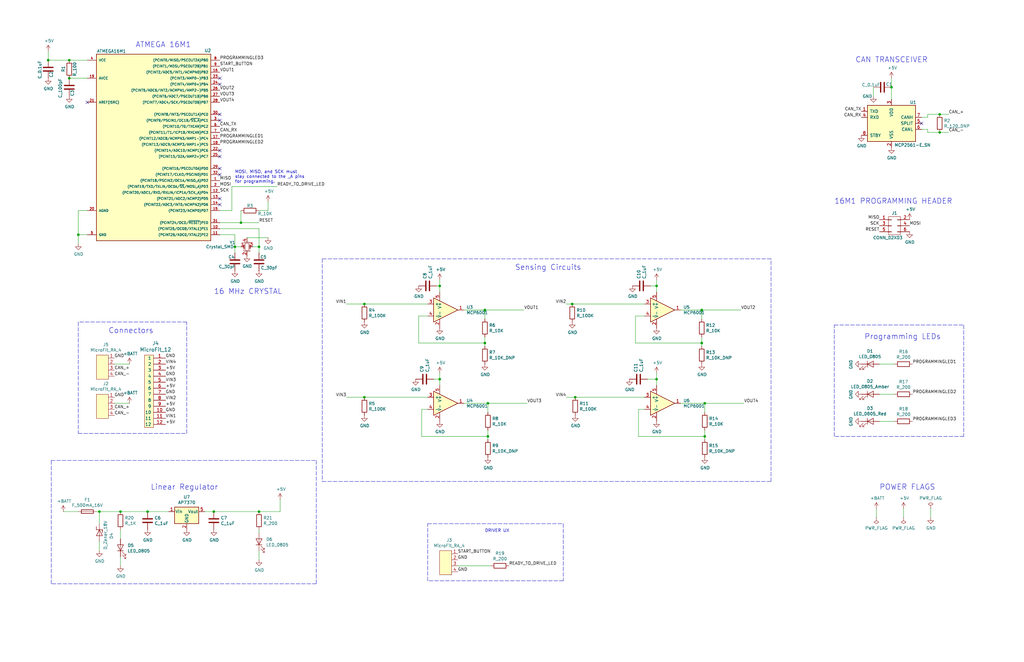
<source format=kicad_sch>
(kicad_sch (version 20211123) (generator eeschema)
  (paper "B")
  (title_block (title "Go-Kart Throttle Board") (date "2022-02-14") (rev "1") (company "Olin Electric Motorsports") (comment 1 "Amit Kumar"))
  (junction (at 90.17 215.9))
  (junction (at 185.42 120.65))
  (junction (at 297.18 184.15))
  (junction (at 109.22 215.9))
  (junction (at 295.91 130.81))
  (junction (at 62.23 215.9))
  (junction (at 29.21 25.4))
  (junction (at 204.47 130.81))
  (junction (at 396.24 55.88))
  (junction (at 20.32 25.4))
  (junction (at 276.86 160.02))
  (junction (at 205.74 170.18))
  (junction (at 153.67 128.27))
  (junction (at 50.8 215.9))
  (junction (at 153.67 167.64))
  (junction (at 109.22 104.14))
  (junction (at 185.42 160.02))
  (junction (at 241.3 128.27))
  (junction (at 396.24 48.26))
  (junction (at 33.02 99.06))
  (junction (at 205.74 184.15))
  (junction (at 204.47 144.78))
  (junction (at 375.92 36.83))
  (junction (at 99.06 104.14))
  (junction (at 276.86 120.65))
  (junction (at 29.21 33.02))
  (junction (at 242.57 167.64))
  (junction (at 41.91 215.9))
  (junction (at 101.6 93.98))
  (junction (at 297.18 170.18))
  (junction (at 295.91 144.78))
  (no_connect (at 92.71 86.36))
  (no_connect (at 36.83 43.18))
  (no_connect (at 92.71 35.56))
  (no_connect (at 92.71 66.04))
  (no_connect (at 92.71 73.66))
  (no_connect (at 92.71 71.12))
  (no_connect (at 92.71 50.8))
  (no_connect (at 92.71 83.82))
  (no_connect (at 92.71 48.26))
  (no_connect (at 388.62 52.07))
  (no_connect (at 92.71 33.02))
  (no_connect (at 92.71 63.5))
  (wire (pts (xy 370.84 153.67) (xy 377.19 153.67)))
  (wire (pts (xy 50.8 223.52) (xy 50.8 227.33)))
  (wire (pts (xy 109.22 104.14) (xy 109.22 96.52)))
  (wire (pts (xy 177.8 172.72) (xy 180.34 172.72)))
  (polyline (pts (xy 325.12 203.2) (xy 325.12 109.22)))
  (wire (pts (xy 185.42 160.02) (xy 185.42 162.56)))
  (wire (pts (xy 241.3 128.27) (xy 271.78 128.27)))
  (polyline (pts (xy 351.79 184.15) (xy 351.79 137.16)))
  (wire (pts (xy 391.16 49.53) (xy 391.16 48.26)))
  (wire (pts (xy 274.32 120.65) (xy 276.86 120.65)))
  (wire (pts (xy 381 218.44) (xy 381 214.63)))
  (wire (pts (xy 295.91 130.81) (xy 312.42 130.81)))
  (wire (pts (xy 295.91 144.78) (xy 267.97 144.78)))
  (wire (pts (xy 204.47 144.78) (xy 204.47 146.05)))
  (wire (pts (xy 176.53 133.35) (xy 180.34 133.35)))
  (wire (pts (xy 375.92 41.91) (xy 375.92 36.83)))
  (wire (pts (xy 205.74 181.61) (xy 205.74 184.15)))
  (wire (pts (xy 205.74 170.18) (xy 222.25 170.18)))
  (polyline (pts (xy 78.74 182.88) (xy 78.74 135.89)))
  (wire (pts (xy 50.8 234.95) (xy 50.8 238.76)))
  (polyline (pts (xy 33.02 135.89) (xy 33.02 182.88)))
  (wire (pts (xy 195.58 170.18) (xy 205.74 170.18)))
  (wire (pts (xy 90.17 215.9) (xy 109.22 215.9)))
  (wire (pts (xy 368.3 36.83) (xy 368.3 40.64)))
  (wire (pts (xy 204.47 144.78) (xy 176.53 144.78)))
  (wire (pts (xy 176.53 133.35) (xy 176.53 144.78)))
  (wire (pts (xy 388.62 49.53) (xy 391.16 49.53)))
  (wire (pts (xy 375.92 36.83) (xy 375.92 33.02)))
  (wire (pts (xy 153.67 128.27) (xy 180.34 128.27)))
  (wire (pts (xy 146.05 167.64) (xy 153.67 167.64)))
  (wire (pts (xy 33.02 102.87) (xy 33.02 99.06)))
  (wire (pts (xy 276.86 160.02) (xy 276.86 162.56)))
  (wire (pts (xy 97.79 88.9) (xy 97.79 78.74)))
  (wire (pts (xy 392.43 214.63) (xy 392.43 218.44)))
  (wire (pts (xy 369.57 214.63) (xy 369.57 218.44)))
  (polyline (pts (xy 180.34 245.11) (xy 180.34 220.98)))
  (wire (pts (xy 295.91 142.24) (xy 295.91 144.78)))
  (polyline (pts (xy 133.35 246.38) (xy 21.59 246.38)))
  (wire (pts (xy 195.58 130.81) (xy 204.47 130.81)))
  (wire (pts (xy 269.24 172.72) (xy 271.78 172.72)))
  (wire (pts (xy 36.83 33.02) (xy 29.21 33.02)))
  (wire (pts (xy 267.97 133.35) (xy 271.78 133.35)))
  (wire (pts (xy 297.18 181.61) (xy 297.18 184.15)))
  (wire (pts (xy 205.74 184.15) (xy 205.74 185.42)))
  (wire (pts (xy 104.14 100.33) (xy 113.03 100.33)))
  (wire (pts (xy 204.47 130.81) (xy 220.98 130.81)))
  (wire (pts (xy 153.67 167.64) (xy 180.34 167.64)))
  (wire (pts (xy 391.16 48.26) (xy 396.24 48.26)))
  (wire (pts (xy 33.02 99.06) (xy 33.02 88.9)))
  (polyline (pts (xy 180.34 220.98) (xy 237.49 220.98)))
  (wire (pts (xy 146.05 128.27) (xy 153.67 128.27)))
  (wire (pts (xy 41.91 215.9) (xy 41.91 220.98)))
  (polyline (pts (xy 406.4 137.16) (xy 406.4 184.15)))
  (wire (pts (xy 109.22 223.52) (xy 109.22 224.79)))
  (wire (pts (xy 204.47 134.62) (xy 204.47 130.81)))
  (wire (pts (xy 109.22 104.14) (xy 109.22 106.68)))
  (wire (pts (xy 109.22 215.9) (xy 118.11 215.9)))
  (wire (pts (xy 48.26 153.67) (xy 54.61 153.67)))
  (wire (pts (xy 396.24 55.88) (xy 400.05 55.88)))
  (wire (pts (xy 101.6 93.98) (xy 101.6 88.9)))
  (wire (pts (xy 97.79 78.74) (xy 116.84 78.74)))
  (wire (pts (xy 370.84 166.37) (xy 377.19 166.37)))
  (polyline (pts (xy 135.89 109.22) (xy 135.89 203.2)))
  (wire (pts (xy 99.06 106.68) (xy 99.06 104.14)))
  (polyline (pts (xy 351.79 137.16) (xy 406.4 137.16)))
  (wire (pts (xy 238.76 167.64) (xy 242.57 167.64)))
  (wire (pts (xy 204.47 142.24) (xy 204.47 144.78)))
  (wire (pts (xy 185.42 157.48) (xy 185.42 160.02)))
  (polyline (pts (xy 21.59 194.31) (xy 133.35 194.31)))
  (wire (pts (xy 276.86 157.48) (xy 276.86 160.02)))
  (wire (pts (xy 36.83 99.06) (xy 33.02 99.06)))
  (polyline (pts (xy 325.12 109.22) (xy 135.89 109.22)))
  (polyline (pts (xy 21.59 246.38) (xy 21.59 194.31)))
  (wire (pts (xy 391.16 54.61) (xy 391.16 55.88)))
  (polyline (pts (xy 237.49 220.98) (xy 237.49 245.11)))
  (wire (pts (xy 86.36 215.9) (xy 90.17 215.9)))
  (wire (pts (xy 41.91 215.9) (xy 50.8 215.9)))
  (wire (pts (xy 287.02 170.18) (xy 297.18 170.18)))
  (wire (pts (xy 48.26 170.18) (xy 54.61 170.18)))
  (wire (pts (xy 185.42 120.65) (xy 185.42 123.19)))
  (wire (pts (xy 109.22 96.52) (xy 92.71 96.52)))
  (wire (pts (xy 99.06 104.14) (xy 101.6 104.14)))
  (wire (pts (xy 273.05 160.02) (xy 276.86 160.02)))
  (wire (pts (xy 370.84 177.8) (xy 377.19 177.8)))
  (wire (pts (xy 238.76 128.27) (xy 241.3 128.27)))
  (wire (pts (xy 295.91 134.62) (xy 295.91 130.81)))
  (wire (pts (xy 267.97 133.35) (xy 267.97 144.78)))
  (wire (pts (xy 193.04 238.76) (xy 207.01 238.76)))
  (wire (pts (xy 101.6 93.98) (xy 109.22 93.98)))
  (wire (pts (xy 205.74 184.15) (xy 177.8 184.15)))
  (wire (pts (xy 297.18 184.15) (xy 297.18 185.42)))
  (wire (pts (xy 182.88 160.02) (xy 185.42 160.02)))
  (wire (pts (xy 242.57 167.64) (xy 271.78 167.64)))
  (wire (pts (xy 99.06 99.06) (xy 92.71 99.06)))
  (wire (pts (xy 50.8 215.9) (xy 62.23 215.9)))
  (wire (pts (xy 297.18 184.15) (xy 269.24 184.15)))
  (wire (pts (xy 276.86 120.65) (xy 276.86 123.19)))
  (wire (pts (xy 20.32 25.4) (xy 29.21 25.4)))
  (wire (pts (xy 297.18 173.99) (xy 297.18 170.18)))
  (wire (pts (xy 92.71 88.9) (xy 97.79 88.9)))
  (wire (pts (xy 109.22 232.41) (xy 109.22 236.22)))
  (wire (pts (xy 269.24 172.72) (xy 269.24 184.15)))
  (wire (pts (xy 99.06 104.14) (xy 99.06 99.06)))
  (wire (pts (xy 106.68 104.14) (xy 109.22 104.14)))
  (wire (pts (xy 276.86 118.11) (xy 276.86 120.65)))
  (wire (pts (xy 388.62 54.61) (xy 391.16 54.61)))
  (wire (pts (xy 396.24 48.26) (xy 400.05 48.26)))
  (polyline (pts (xy 133.35 194.31) (xy 133.35 246.38)))
  (wire (pts (xy 109.22 88.9) (xy 113.03 88.9)))
  (wire (pts (xy 185.42 118.11) (xy 185.42 120.65)))
  (wire (pts (xy 184.15 120.65) (xy 185.42 120.65)))
  (wire (pts (xy 118.11 210.82) (xy 118.11 215.9)))
  (polyline (pts (xy 135.89 203.2) (xy 325.12 203.2)))
  (wire (pts (xy 297.18 170.18) (xy 313.69 170.18)))
  (polyline (pts (xy 237.49 245.11) (xy 180.34 245.11)))
  (wire (pts (xy 287.02 130.81) (xy 295.91 130.81)))
  (wire (pts (xy 92.71 93.98) (xy 101.6 93.98)))
  (wire (pts (xy 113.03 88.9) (xy 113.03 85.09)))
  (wire (pts (xy 41.91 228.6) (xy 41.91 232.41)))
  (wire (pts (xy 391.16 55.88) (xy 396.24 55.88)))
  (wire (pts (xy 29.21 25.4) (xy 36.83 25.4)))
  (wire (pts (xy 177.8 172.72) (xy 177.8 184.15)))
  (polyline (pts (xy 78.74 135.89) (xy 33.02 135.89)))
  (wire (pts (xy 40.64 215.9) (xy 41.91 215.9)))
  (wire (pts (xy 20.32 21.59) (xy 20.32 25.4)))
  (polyline (pts (xy 406.4 184.15) (xy 351.79 184.15)))
  (polyline (pts (xy 33.02 182.88) (xy 78.74 182.88)))
  (wire (pts (xy 26.67 215.9) (xy 33.02 215.9)))
  (wire (pts (xy 295.91 144.78) (xy 295.91 146.05)))
  (wire (pts (xy 205.74 173.99) (xy 205.74 170.18)))
  (wire (pts (xy 62.23 215.9) (xy 71.12 215.9)))
  (wire (pts (xy 33.02 88.9) (xy 36.83 88.9)))
  (text "DRIVER UX" (at 204.47 224.79 0) (effects (font (size 1.27 1.27)) (justify left bottom)))
  (text "POWER FLAGS\n" (at 370.84 207.01 0) (effects (font (size 2.2606 2.2606)) (justify left bottom)))
  (text "16 MHz CRYSTAL\n" (at 90.17 124.46 0) (effects (font (size 2.2606 2.2606)) (justify left bottom)))
  (text "Connectors" (at 45.72 140.97 0) (effects (font (size 2.2606 2.2606)) (justify left bottom)))
  (text "ATMEGA 16M1\n" (at 57.15 20.32 0) (effects (font (size 2.2606 2.2606)) (justify left bottom)))
  (text "Programming LEDs" (at 364.49 143.51 0) (effects (font (size 2.2606 2.2606)) (justify left bottom)))
  (text "CAN TRANSCEIVER\n" (at 360.68 26.67 0) (effects (font (size 2.2606 2.2606)) (justify left bottom)))
  (text "Linear Regulator" (at 63.5 207.01 0) (effects (font (size 2.2606 2.2606)) (justify left bottom)))
  (text "MOSI, MISO, and SCK must\nstay connected to the _A pins\nfor programming." (at 99.06 77.47 0) (effects (font (size 1.27 1.27)) (justify left bottom)))
  (text "Sensing Circuits" (at 217.17 114.3 0) (effects (font (size 2.2606 2.2606)) (justify left bottom)))
  (text "16M1 PROGRAMMING HEADER\n" (at 351.79 86.36 0) (effects (font (size 2.2606 2.2606)) (justify left bottom)))
  (label "MOSI" (at 92.71 78.74 0))
  (label "+5V" (at 69.85 156.21 0))
  (label "GND" (at 69.85 151.13 0))
  (label "+5V" (at 69.85 171.45 0))
  (label "+5V" (at 69.85 163.83 0))
  (label "CAN_+" (at 48.26 172.72 0))
  (label "CAN_-" (at 48.26 158.75 0))
  (label "VIN2" (at 69.85 168.91 0))
  (label "SCK" (at 92.71 81.28 0))
  (label "CAN_TX" (at 363.22 46.99 180))
  (label "VOUT3" (at 222.25 170.18 0))
  (label "GND" (at 48.26 167.64 0))
  (label "PROGRAMMINGLED1" (at 92.71 58.42 0))
  (label "VOUT2" (at 92.71 38.1 0))
  (label "CAN_-" (at 48.26 175.26 0))
  (label "VIN4" (at 69.85 153.67 0))
  (label "GND" (at 193.04 241.3 0))
  (label "GND" (at 69.85 173.99 0))
  (label "RESET" (at 109.22 93.98 0))
  (label "READY_TO_DRIVE_LED" (at 214.63 238.76 0))
  (label "PROGRAMMINGLED3" (at 384.81 177.8 0))
  (label "MOSI" (at 383.54 95.25 0))
  (label "VOUT2" (at 312.42 130.81 0))
  (label "+5V" (at 69.85 179.07 0))
  (label "VIN1" (at 146.05 128.27 180))
  (label "GND" (at 48.26 151.13 0))
  (label "VOUT1" (at 92.71 30.48 0))
  (label "VOUT3" (at 92.71 40.64 0))
  (label "CAN_+" (at 400.05 48.26 0))
  (label "VIN4" (at 238.76 167.64 180))
  (label "GND" (at 69.85 166.37 0))
  (label "PROGRAMMINGLED2" (at 384.81 166.37 0))
  (label "CAN_-" (at 400.05 55.88 0))
  (label "VOUT4" (at 313.69 170.18 0))
  (label "PROGRAMMINGLED2" (at 92.71 60.96 0))
  (label "CAN_TX" (at 92.71 53.34 0))
  (label "MISO" (at 92.71 76.2 0))
  (label "GND" (at 69.85 158.75 0))
  (label "PROGRAMMINGLED1" (at 384.81 153.67 0))
  (label "CAN_+" (at 48.26 156.21 0))
  (label "READY_TO_DRIVE_LED" (at 116.84 78.74 0))
  (label "VIN3" (at 146.05 167.64 180))
  (label "MISO" (at 370.84 92.71 180))
  (label "VIN3" (at 69.85 161.29 0))
  (label "CAN_RX" (at 92.71 55.88 0))
  (label "CAN_RX" (at 363.22 49.53 180))
  (label "GND" (at 193.04 236.22 0))
  (label "SCK" (at 370.84 95.25 180))
  (label "PROGRAMMINGLED3" (at 92.71 25.4 0))
  (label "START_BUTTON" (at 92.71 27.94 0))
  (label "START_BUTTON" (at 193.04 233.68 0))
  (label "VOUT1" (at 220.98 130.81 0))
  (label "RESET" (at 370.84 97.79 180))
  (label "VIN1" (at 69.85 176.53 0))
  (label "VIN2" (at 238.76 128.27 180))
  (label "VOUT4" (at 92.71 43.18 0))
  (symbol (lib_id "power:GND") (at 392.43 218.44 0) (unit 1)
    (property "Reference" "#PWR?" (effects hide))
    (property "Value" "GND" (at 392.557 222.8342 0))
  )
  (symbol (lib_id "formula:ATMEGA16M1") (at 64.77 68.58 0) (unit 1)
    (property "Reference" "U2" (at 87.63 21.336 0))
    (property "Value" "ATMEGA16M1" (at 46.99 21.59 0))
    (property "Footprint" "footprints:TQFP-32_7x7mm_Pitch0.8mm" (effects hide))
    (property "Datasheet" "http://ww1.microchip.com/downloads/en/DeviceDoc/Atmel-8209-8-bit%20AVR%20ATmega16M1-32M1-64M1_Datasheet.pdf" (effects hide))
    (property "MFN" "DK" (effects hide))
    (property "MPN" "ATMEGA16M1-AU-ND" (effects hide))
    (property "PurchasingLink" "https://www.digikey.com/product-detail/en/atmel/ATMEGA16M1-AU/ATMEGA16M1-AU-ND/2271208" (effects hide))
  )
  (symbol (lib_id "formula:R_100") (at 29.21 29.21 0) (unit 1)
    (property "Reference" "R1" (at 26.67 30.48 90) (effects (justify left)))
    (property "Value" "R_100" (at 31.496 32.258 90) (effects (justify left)))
    (property "Footprint" "footprints:R_0805_OEM" (effects hide))
    (property "Datasheet" "https://www.seielect.com/Catalog/SEI-rncp.pdf" (effects hide))
    (property "MFN" "DK" (effects hide))
    (property "MPN" "RNCP0805FTD100RCT-ND" (effects hide))
    (property "PurchasingLink" "https://www.digikey.com/products/en?keywords=RNCP0805FTD100RCT-ND" (effects hide))
  )
  (symbol (lib_id "formula:C_0.1uF") (at 20.32 29.21 0) (unit 1)
    (property "Reference" "C2" (at 21.59 32.766 90) (effects (justify left)))
    (property "Value" "C_0.1uF" (at 16.764 33.274 90) (effects (justify left)))
    (property "Footprint" "footprints:C_0805_OEM" (effects hide))
    (property "Datasheet" "http://datasheets.avx.com/X7RDielectric.pdf" (effects hide))
    (property "MFN" "DK" (effects hide))
    (property "MPN" "478-3352-1-ND" (effects hide))
    (property "PurchasingLink" "https://www.digikey.com/products/en?keywords=478-3352-1-ND" (effects hide))
  )
  (symbol (lib_id "formula:C_100pF") (at 29.21 36.83 0) (unit 1)
    (property "Reference" "C3" (at 30.48 40.64 90) (effects (justify left)))
    (property "Value" "C_100pF" (at 25.4 41.402 90) (effects (justify left)))
    (property "Footprint" "footprints:C_0805_OEM" (effects hide))
    (property "Datasheet" "https://katalog.we-online.de/pbs/datasheet/885012007057.pdf" (effects hide))
    (property "MFN" "DK" (effects hide))
    (property "MPN" "732-7852-1-ND" (effects hide))
    (property "PurchasingLink" "https://www.digikey.com/product-detail/en/wurth-electronics-inc/885012007057/732-7852-1-ND/5454479" (effects hide))
  )
  (symbol (lib_id "power:GND") (at 20.32 33.02 0) (unit 1)
    (property "Reference" "#PWR?" (effects hide))
    (property "Value" "GND" (at 20.447 37.4142 0))
  )
  (symbol (lib_id "power:GND") (at 29.21 40.64 0) (unit 1)
    (property "Reference" "#PWR?" (effects hide))
    (property "Value" "GND" (at 29.337 45.0342 0))
  )
  (symbol (lib_id "formula:Crystal_SMD") (at 104.14 104.14 0) (unit 1)
    (property "Reference" "Y1" (at 96.774 102.362 0) (effects (justify left)))
    (property "Value" "Crystal_SMD" (at 86.868 104.14 0) (effects (justify left)))
    (property "Footprint" "footprints:Crystal_SMD_FA238" (effects hide))
    (property "Datasheet" "http://www.txccorp.com/download/products/quartz_crystals/2015TXC_7M_17.pdf" (effects hide))
    (property "MFN" "DK" (effects hide))
    (property "MPN" "887-1125-1-ND" (effects hide))
    (property "PurchasingLink" "https://www.digikey.com/product-detail/en/txc-corporation/7M-16.000MAAJ-T/887-1125-1-ND/2119014" (effects hide))
  )
  (symbol (lib_id "formula:C_30pF") (at 99.06 110.49 0) (unit 1)
    (property "Reference" "C4" (at 96.266 108.458 0) (effects (justify left)))
    (property "Value" "C_30pF" (at 92.202 112.522 0) (effects (justify left)))
    (property "Footprint" "footprints:C_0805_OEM" (effects hide))
    (property "Datasheet" "https://media.digikey.com/pdf/Data%20Sheets/Samsung%20PDFs/CL_Series_MLCC_ds.pdf" (effects hide))
    (property "MFN" "DK" (effects hide))
    (property "MPN" "1276-1130-1-ND" (effects hide))
    (property "PurchasingLink" "https://www.digikey.com/product-detail/en/samsung-electro-mechanics-america-inc/CL21C300JBANNNC/1276-1130-1-ND/3889216" (effects hide))
  )
  (symbol (lib_id "formula:C_30pF") (at 109.22 110.49 0) (unit 1)
    (property "Reference" "C5" (at 109.728 108.458 0) (effects (justify left)))
    (property "Value" "C_30pF" (at 109.982 113.03 0) (effects (justify left)))
    (property "Footprint" "footprints:C_0805_OEM" (effects hide))
    (property "Datasheet" "https://media.digikey.com/pdf/Data%20Sheets/Samsung%20PDFs/CL_Series_MLCC_ds.pdf" (effects hide))
    (property "MFN" "DK" (effects hide))
    (property "MPN" "1276-1130-1-ND" (effects hide))
    (property "PurchasingLink" "https://www.digikey.com/product-detail/en/samsung-electro-mechanics-america-inc/CL21C300JBANNNC/1276-1130-1-ND/3889216" (effects hide))
  )
  (symbol (lib_id "formula:R_10K") (at 105.41 88.9 270) (unit 1)
    (property "Reference" "R3" (at 105.41 86.868 90))
    (property "Value" "R_10K" (at 111.76 90.17 90))
    (property "Footprint" "footprints:R_0805_OEM" (effects hide))
    (property "Datasheet" "http://www.bourns.com/data/global/pdfs/CRS.pdf" (effects hide))
    (property "MFN" "DK" (effects hide))
    (property "MPN" "CRS0805-FX-1002ELFCT-ND" (effects hide))
    (property "PurchasingLink" "https://www.digikey.com/products/en?keywords=CRS0805-FX-1002ELFCT-ND" (effects hide))
  )
  (symbol (lib_id "power:GND") (at 99.06 114.3 0) (unit 1)
    (property "Reference" "#PWR?" (effects hide))
    (property "Value" "GND" (at 99.187 118.6942 0))
  )
  (symbol (lib_id "power:GND") (at 109.22 114.3 0) (unit 1)
    (property "Reference" "#PWR?" (effects hide))
    (property "Value" "GND" (at 109.347 118.6942 0))
  )
  (symbol (lib_id "power:GND") (at 104.14 107.95 0) (unit 1)
    (property "Reference" "#PWR?" (effects hide))
    (property "Value" "GND" (at 104.267 112.3442 0))
  )
  (symbol (lib_id "power:GND") (at 113.03 100.33 0) (unit 1)
    (property "Reference" "#PWR?" (effects hide))
    (property "Value" "GND" (at 113.157 104.7242 0))
  )
  (symbol (lib_id "power:GND") (at 33.02 102.87 0) (unit 1)
    (property "Reference" "#PWR?" (effects hide))
    (property "Value" "GND" (at 33.147 107.2642 0))
  )
  (symbol (lib_id "formula:MCP2561-E_SN") (at 375.92 52.07 0) (unit 1)
    (property "Reference" "U1" (at 385.064 43.18 0))
    (property "Value" "MCP2561-E_SN" (at 384.81 61.214 0))
    (property "Footprint" "footprints:SOIC-8_3.9x4.9mm_Pitch1.27mm_OEM" (effects hide))
    (property "Datasheet" "http://www.microchip.com/mymicrochip/filehandler.aspx?ddocname=en561044" (effects hide))
    (property "MFN" "DK" (effects hide))
    (property "MPN" "MCP2561-E/SN-ND" (effects hide))
    (property "PurchasingLink" "https://www.digikey.com/products/en?keywords=mcp2561-e%2Fsn" (effects hide))
  )
  (symbol (lib_id "formula:C_0.1uF") (at 372.11 36.83 270) (unit 1)
    (property "Reference" "C1" (at 374.904 35.56 90))
    (property "Value" "C_0.1uF" (at 367.284 35.814 90))
    (property "Footprint" "footprints:C_0805_OEM" (effects hide))
    (property "Datasheet" "http://datasheets.avx.com/X7RDielectric.pdf" (effects hide))
    (property "MFN" "DK" (effects hide))
    (property "MPN" "478-3352-1-ND" (effects hide))
    (property "PurchasingLink" "https://www.digikey.com/products/en?keywords=478-3352-1-ND" (effects hide))
  )
  (symbol (lib_id "power:GND") (at 368.3 40.64 0) (unit 1)
    (property "Reference" "#PWR?" (effects hide))
    (property "Value" "GND" (at 365.76 40.64 0))
  )
  (symbol (lib_id "power:GND") (at 375.92 62.23 0) (unit 1)
    (property "Reference" "#PWR?" (effects hide))
    (property "Value" "GND" (at 376.047 66.6242 0))
  )
  (symbol (lib_id "power:GND") (at 363.22 57.15 0) (unit 1)
    (property "Reference" "#PWR?" (effects hide))
    (property "Value" "GND" (at 363.347 61.5442 0))
  )
  (symbol (lib_id "power:PWR_FLAG") (at 369.57 218.44 180) (unit 1)
    (property "Reference" "#FLG?" (effects hide))
    (property "Value" "PWR_FLAG" (at 369.57 222.8596 0))
  )
  (symbol (lib_id "power:PWR_FLAG") (at 381 218.44 180) (unit 1)
    (property "Reference" "#FLG?" (effects hide))
    (property "Value" "PWR_FLAG" (at 381 222.8596 0))
  )
  (symbol (lib_id "power:PWR_FLAG") (at 392.43 214.63 0) (unit 1)
    (property "Reference" "#FLG?" (effects hide))
    (property "Value" "PWR_FLAG" (at 392.43 210.2104 0))
  )
  (symbol (lib_id "formula:CONN_02X03") (at 377.19 95.25 0) (unit 1)
    (property "Reference" "J1" (at 377.19 89.916 0))
    (property "Value" "CONN_02X03" (at 374.396 100.33 0))
    (property "Footprint" "footprints:Pin_Header_Straight_2x03" (effects hide))
    (property "Datasheet" "http://portal.fciconnect.com/Comergent//fci/drawing/67996.pdf" (effects hide))
    (property "MFN" "DK" (effects hide))
    (property "MPN" "609-3234-ND" (effects hide))
    (property "PurchasingLink" "https://www.digikey.com/product-detail/en/amphenol-fci/67997-206HLF/609-3234-ND/1878491" (effects hide))
  )
  (symbol (lib_id "power:GND") (at 383.54 97.79 0) (unit 1)
    (property "Reference" "#PWR?" (effects hide))
    (property "Value" "GND" (at 383.667 102.1842 0))
  )
  (symbol (lib_id "formula:R_120_DNP") (at 396.24 52.07 0) (unit 1)
    (property "Reference" "R2" (at 398.018 50.9016 0) (effects (justify left)))
    (property "Value" "R_120_DNP" (at 398.018 53.213 0) (effects (justify left)))
    (property "Footprint" "footprints:R_0805_OEM" (effects hide))
    (property "Datasheet" "https://www.mouser.com/datasheet/2/315/AOA0000C304-1149620.pdf" (effects hide))
    (property "MFN" "DK" (effects hide))
    (property "MPN" "667-ERJ-6ENF1200V" (effects hide))
    (property "PurchasingLink" "https://www.mouser.com/ProductDetail/Panasonic-Industrial-Devices/ERJ-6ENF1200V?qs=sGAEpiMZZMvdGkrng054t8AJgcdMkx7x%252bFQnctTMUmU%3d" (effects hide))
  )
  (symbol (lib_id "power:+5V") (at 20.32 21.59 0) (unit 1)
    (property "Reference" "#PWR?" (effects hide))
    (property "Value" "+5V" (at 20.701 17.1958 0))
  )
  (symbol (lib_id "power:+5V") (at 375.92 33.02 0) (unit 1)
    (property "Reference" "#PWR?" (effects hide))
    (property "Value" "+5V" (at 376.301 28.6258 0))
  )
  (symbol (lib_id "power:+5V") (at 383.54 92.71 0) (unit 1)
    (property "Reference" "#PWR?" (effects hide))
    (property "Value" "+5V" (at 383.921 88.3158 0))
  )
  (symbol (lib_id "power:+5V") (at 381 214.63 0) (unit 1)
    (property "Reference" "#PWR?" (effects hide))
    (property "Value" "+5V" (at 381.381 210.2358 0))
  )
  (symbol (lib_id "power:+5V") (at 113.03 85.09 0) (unit 1)
    (property "Reference" "#PWR?" (effects hide))
    (property "Value" "+5V" (at 113.411 80.6958 0))
  )
  (symbol (lib_id "power:+BATT") (at 369.57 214.63 0) (unit 1)
    (property "Reference" "#PWR?" (effects hide))
    (property "Value" "+BATT" (at 369.951 210.2358 0))
  )
  (symbol (lib_id "formula:LED_0805") (at 367.03 153.67 0) (unit 1)
    (property "Reference" "D1" (at 366.8522 148.1836 0))
    (property "Value" "LED_0805" (at 366.8522 150.495 0))
    (property "Footprint" "footprints:LED_0805_OEM" (effects hide))
    (property "Datasheet" "http://www.osram-os.com/Graphics/XPic9/00078860_0.pdf" (effects hide))
    (property "MFN" "DK" (effects hide))
    (property "MPN" "475-1410-1-ND" (effects hide))
    (property "PurchasingLink" "https://www.digikey.com/products/en?keywords=475-1410-1-ND" (effects hide))
  )
  (symbol (lib_id "formula:LED_0805_Amber") (at 367.03 166.37 0) (unit 1)
    (property "Reference" "D2" (at 366.8522 160.8836 0))
    (property "Value" "LED_0805_Amber" (at 366.8522 163.195 0))
    (property "Footprint" "footprints:LED_0805_OEM" (effects hide))
    (property "Datasheet" "https://media.digikey.com/pdf/Data%20Sheets/Chicago%20Miniature%20Lamps%20PDFs/CMDA5_Series_Rev_Aug_2014.pdf" (effects hide))
    (property "MFN" "DK" (effects hide))
    (property "MPN" "L71517CT-ND" (effects hide))
    (property "PurchasingLink" "https://www.digikey.com/product-detail/en/visual-communications-company-vcc/CMDA5DY7D1S/L71517CT-ND/614867" (effects hide))
  )
  (symbol (lib_id "power:GND") (at 363.22 166.37 270) (unit 1)
    (property "Reference" "#PWR?" (effects hide))
    (property "Value" "GND" (at 358.8258 166.497 0))
  )
  (symbol (lib_id "formula:LED_0805_Red") (at 367.03 177.8 0) (unit 1)
    (property "Reference" "D3" (at 366.8522 172.3136 0))
    (property "Value" "LED_0805_Red" (at 366.8522 174.625 0))
    (property "Footprint" "footprints:LED_0805_OEM" (effects hide))
    (property "Datasheet" "http://www.osram-os.com/Graphics/XPic8/00078869_0.pdf" (effects hide))
    (property "MFN" "DK" (effects hide))
    (property "MPN" "475-1415-1-ND" (effects hide))
    (property "PurchasingLink" "https://www.digikey.com/product-detail/en/osram-opto-semiconductors-inc/LH-R974-LP-1/475-1415-1-ND/1802604" (effects hide))
  )
  (symbol (lib_id "power:GND") (at 363.22 177.8 270) (unit 1)
    (property "Reference" "#PWR?" (effects hide))
    (property "Value" "GND" (at 358.8258 177.927 0))
  )
  (symbol (lib_id "formula:MCP6001") (at 187.96 130.81 0) (unit 1)
    (property "Reference" "U3" (at 196.6976 129.6416 0) (effects (justify left)))
    (property "Value" "MCP6001" (at 196.6976 131.953 0) (effects (justify left)))
    (property "Footprint" "footprints:SOT-23-5_OEM" (effects hide))
    (property "Datasheet" "http://ww1.microchip.com/downloads/en/DeviceDoc/21733j.pdf" (effects hide))
    (property "MFN" "DK" (effects hide))
    (property "MPN" "MCP6001T-I/OTCT-ND" (effects hide))
    (property "PurchasingLink" "https://www.digikey.com/product-detail/en/microchip-technology/MCP6001T-I-OT/MCP6001T-I-OTCT-ND/697158" (effects hide))
  )
  (symbol (lib_id "formula:MCP6001") (at 187.96 170.18 0) (unit 1)
    (property "Reference" "U4" (at 196.6976 169.0116 0) (effects (justify left)))
    (property "Value" "MCP6001" (at 196.6976 171.323 0) (effects (justify left)))
    (property "Footprint" "footprints:SOT-23-5_OEM" (effects hide))
    (property "Datasheet" "http://ww1.microchip.com/downloads/en/DeviceDoc/21733j.pdf" (effects hide))
    (property "MFN" "DK" (effects hide))
    (property "MPN" "MCP6001T-I/OTCT-ND" (effects hide))
    (property "PurchasingLink" "https://www.digikey.com/product-detail/en/microchip-technology/MCP6001T-I-OT/MCP6001T-I-OTCT-ND/697158" (effects hide))
  )
  (symbol (lib_id "formula:MCP6001") (at 279.4 130.81 0) (unit 1)
    (property "Reference" "U5" (at 288.1376 129.6416 0) (effects (justify left)))
    (property "Value" "MCP6001" (at 288.1376 131.953 0) (effects (justify left)))
    (property "Footprint" "footprints:SOT-23-5_OEM" (effects hide))
    (property "Datasheet" "http://ww1.microchip.com/downloads/en/DeviceDoc/21733j.pdf" (effects hide))
    (property "MFN" "DK" (effects hide))
    (property "MPN" "MCP6001T-I/OTCT-ND" (effects hide))
    (property "PurchasingLink" "https://www.digikey.com/product-detail/en/microchip-technology/MCP6001T-I-OT/MCP6001T-I-OTCT-ND/697158" (effects hide))
  )
  (symbol (lib_id "formula:MCP6001") (at 279.4 170.18 0) (unit 1)
    (property "Reference" "U6" (at 288.1376 169.0116 0) (effects (justify left)))
    (property "Value" "MCP6001" (at 288.1376 171.323 0) (effects (justify left)))
    (property "Footprint" "footprints:SOT-23-5_OEM" (effects hide))
    (property "Datasheet" "http://ww1.microchip.com/downloads/en/DeviceDoc/21733j.pdf" (effects hide))
    (property "MFN" "DK" (effects hide))
    (property "MPN" "MCP6001T-I/OTCT-ND" (effects hide))
    (property "PurchasingLink" "https://www.digikey.com/product-detail/en/microchip-technology/MCP6001T-I-OT/MCP6001T-I-OTCT-ND/697158" (effects hide))
  )
  (symbol (lib_id "formula:R_200") (at 381 153.67 270) (unit 1)
    (property "Reference" "R16" (at 381 148.4122 90))
    (property "Value" "R_200" (at 381 150.7236 90))
    (property "Footprint" "footprints:R_0805_OEM" (effects hide))
    (property "Datasheet" "https://www.seielect.com/Catalog/SEI-RMCF_RMCP.pdf" (effects hide))
    (property "MFN" "DK" (effects hide))
    (property "MPN" "RMCF0805JT200RCT-ND" (effects hide))
    (property "PurchasingLink" "https://www.digikey.com/products/en?keywords=RMCF0805JT200RCT-ND" (effects hide))
  )
  (symbol (lib_id "formula:R_200") (at 381 166.37 270) (unit 1)
    (property "Reference" "R17" (at 381 161.1122 90))
    (property "Value" "R_200" (at 381 163.4236 90))
    (property "Footprint" "footprints:R_0805_OEM" (effects hide))
    (property "Datasheet" "https://www.seielect.com/Catalog/SEI-RMCF_RMCP.pdf" (effects hide))
    (property "MFN" "DK" (effects hide))
    (property "MPN" "RMCF0805JT200RCT-ND" (effects hide))
    (property "PurchasingLink" "https://www.digikey.com/products/en?keywords=RMCF0805JT200RCT-ND" (effects hide))
  )
  (symbol (lib_id "formula:R_200") (at 381 177.8 270) (unit 1)
    (property "Reference" "R18" (at 381 172.5422 90))
    (property "Value" "R_200" (at 381 174.8536 90))
    (property "Footprint" "footprints:R_0805_OEM" (effects hide))
    (property "Datasheet" "https://www.seielect.com/Catalog/SEI-RMCF_RMCP.pdf" (effects hide))
    (property "MFN" "DK" (effects hide))
    (property "MPN" "RMCF0805JT200RCT-ND" (effects hide))
    (property "PurchasingLink" "https://www.digikey.com/products/en?keywords=RMCF0805JT200RCT-ND" (effects hide))
  )
  (symbol (lib_id "formula:R_100K") (at 153.67 132.08 180) (unit 1)
    (property "Reference" "R4" (at 155.448 130.9116 0) (effects (justify right)))
    (property "Value" "R_100K" (at 155.448 133.223 0) (effects (justify right)))
    (property "Footprint" "footprints:R_0805_OEM" (effects hide))
    (property "Datasheet" "https://industrial.panasonic.com/cdbs/www-data/pdf/RDA0000/AOA0000C304.pdf" (effects hide))
    (property "MFN" "DK" (effects hide))
    (property "MPN" "P100KCCT-ND" (effects hide))
    (property "PurchasingLink" "https://www.digikey.com/product-detail/en/panasonic-electronic-components/ERJ-6ENF1003V/P100KCCT-ND/119551" (effects hide))
  )
  (symbol (lib_id "formula:R_100K") (at 153.67 171.45 180) (unit 1)
    (property "Reference" "R5" (at 155.448 170.2816 0) (effects (justify right)))
    (property "Value" "R_100K" (at 155.448 172.593 0) (effects (justify right)))
    (property "Footprint" "footprints:R_0805_OEM" (effects hide))
    (property "Datasheet" "https://industrial.panasonic.com/cdbs/www-data/pdf/RDA0000/AOA0000C304.pdf" (effects hide))
    (property "MFN" "DK" (effects hide))
    (property "MPN" "P100KCCT-ND" (effects hide))
    (property "PurchasingLink" "https://www.digikey.com/product-detail/en/panasonic-electronic-components/ERJ-6ENF1003V/P100KCCT-ND/119551" (effects hide))
  )
  (symbol (lib_id "formula:AP7370") (at 78.74 215.9 0) (unit 1)
    (property "Reference" "U7" (at 78.74 209.7532 0))
    (property "Value" "AP7370" (at 78.74 212.0646 0))
    (property "Footprint" "footprints:SOT-23-5" (effects hide))
    (property "Datasheet" "https://www.diodes.com/assets/Datasheets/AP7370.pdf" (effects hide))
    (property "MFN" "DK" (effects hide))
    (property "MPN" "AP7370-50W5-7DICT-ND" (effects hide))
    (property "PurchasingLink" "https://www.digikey.com/en/products/detail/diodes-incorporated/AP7370-50W5-7/10235827" (effects hide))
  )
  (symbol (lib_id "power:GND") (at 78.74 223.52 0) (unit 1)
    (property "Reference" "#PWR?" (effects hide))
    (property "Value" "GND" (at 78.867 227.9142 0))
  )
  (symbol (lib_id "power:+5V") (at 118.11 210.82 0) (unit 1)
    (property "Reference" "#PWR?" (effects hide))
    (property "Value" "+5V" (at 118.491 206.4258 0))
  )
  (symbol (lib_id "power:+BATT") (at 26.67 215.9 0) (unit 1)
    (property "Reference" "#PWR?" (effects hide))
    (property "Value" "+BATT" (at 27.051 211.5058 0))
  )
  (symbol (lib_id "formula:C_1uF") (at 90.17 220.98 0) (unit 1)
    (property "Reference" "C7" (at 93.091 218.5416 0) (effects (justify left)))
    (property "Value" "C_1uF" (at 93.091 220.853 0) (effects (justify left)))
    (property "Footprint" "footprints:C_0805_OEM" (effects hide))
    (property "Datasheet" "https://www.yageo.com/upload/media/product/productsearch/datasheet/mlcc/UPY-GPHC_Y5V_6.3V-to-50V_9.pdf" (effects hide))
    (property "PurchasingLink" "https://www.digikey.com/product-detail/en/yageo/CC0805ZKY5V9BB105/311-1909-1-ND/5195811#images" (effects hide))
  )
  (symbol (lib_id "power:GND") (at 90.17 223.52 0) (unit 1)
    (property "Reference" "#PWR?" (effects hide))
    (property "Value" "GND" (at 90.297 227.9142 0))
  )
  (symbol (lib_id "formula:C_1uF") (at 62.23 220.98 0) (unit 1)
    (property "Reference" "C6" (at 65.151 218.5416 0) (effects (justify left)))
    (property "Value" "C_1uF" (at 65.151 220.853 0) (effects (justify left)))
    (property "Footprint" "footprints:C_0805_OEM" (effects hide))
    (property "Datasheet" "https://www.yageo.com/upload/media/product/productsearch/datasheet/mlcc/UPY-GPHC_Y5V_6.3V-to-50V_9.pdf" (effects hide))
    (property "PurchasingLink" "https://www.digikey.com/product-detail/en/yageo/CC0805ZKY5V9BB105/311-1909-1-ND/5195811#images" (effects hide))
  )
  (symbol (lib_id "power:GND") (at 62.23 223.52 0) (unit 1)
    (property "Reference" "#PWR?" (effects hide))
    (property "Value" "GND" (at 62.357 227.9142 0))
  )
  (symbol (lib_id "formula:C_1uF") (at 181.61 120.65 90) (unit 1)
    (property "Reference" "C8" (at 179.1716 117.729 0) (effects (justify left)))
    (property "Value" "C_1uF" (at 181.483 117.729 0) (effects (justify left)))
    (property "Footprint" "footprints:C_0805_OEM" (effects hide))
    (property "Datasheet" "https://www.yageo.com/upload/media/product/productsearch/datasheet/mlcc/UPY-GPHC_Y5V_6.3V-to-50V_9.pdf" (effects hide))
    (property "PurchasingLink" "https://www.digikey.com/product-detail/en/yageo/CC0805ZKY5V9BB105/311-1909-1-ND/5195811#images" (effects hide))
  )
  (symbol (lib_id "power:GND") (at 363.22 153.67 270) (unit 1)
    (property "Reference" "#PWR?" (effects hide))
    (property "Value" "GND" (at 358.8258 153.797 0))
  )
  (symbol (lib_id "formula:MicroFit_RA_4") (at 43.18 154.94 0) (unit 1)
    (property "Reference" "J5" (at 44.6532 145.415 0))
    (property "Value" "MicroFit_RA_4" (at 44.6532 147.7264 0))
    (property "Footprint" "footprints:MicroFit_RA_4" (effects hide))
    (property "Purchasing Link" "https://www.digikey.com/product-detail/en/molex/0430450400/WM1814-ND/252527" (effects hide))
    (property "PurchasingLink" "https://www.digikey.com/product-detail/en/molex/0430450400/WM1814-ND/252527" (effects hide))
  )
  (symbol (lib_id "power:GND") (at 153.67 135.89 0) (unit 1)
    (property "Reference" "#PWR?" (effects hide))
    (property "Value" "GND" (at 153.797 140.2842 0))
  )
  (symbol (lib_id "power:GND") (at 176.53 120.65 0) (unit 1)
    (property "Reference" "#PWR?" (effects hide))
    (property "Value" "GND" (at 176.657 125.0442 0))
  )
  (symbol (lib_id "power:GND") (at 153.67 175.26 0) (unit 1)
    (property "Reference" "#PWR?" (effects hide))
    (property "Value" "GND" (at 153.797 179.6542 0))
  )
  (symbol (lib_id "formula:C_1uF") (at 180.34 160.02 90) (unit 1)
    (property "Reference" "C9" (at 177.9016 157.099 0) (effects (justify left)))
    (property "Value" "C_1uF" (at 180.213 157.099 0) (effects (justify left)))
    (property "Footprint" "footprints:C_0805_OEM" (effects hide))
    (property "Datasheet" "https://www.yageo.com/upload/media/product/productsearch/datasheet/mlcc/UPY-GPHC_Y5V_6.3V-to-50V_9.pdf" (effects hide))
    (property "PurchasingLink" "https://www.digikey.com/product-detail/en/yageo/CC0805ZKY5V9BB105/311-1909-1-ND/5195811#images" (effects hide))
  )
  (symbol (lib_id "power:GND") (at 175.26 160.02 0) (unit 1)
    (property "Reference" "#PWR?" (effects hide))
    (property "Value" "GND" (at 175.387 164.4142 0))
  )
  (symbol (lib_id "power:+5V") (at 185.42 118.11 0) (unit 1)
    (property "Reference" "#PWR?" (effects hide))
    (property "Value" "+5V" (at 185.801 113.7158 0))
  )
  (symbol (lib_id "power:GND") (at 204.47 153.67 0) (unit 1)
    (property "Reference" "#PWR?" (effects hide))
    (property "Value" "GND" (at 204.597 158.0642 0))
  )
  (symbol (lib_id "power:GND") (at 185.42 138.43 0) (unit 1)
    (property "Reference" "#PWR?" (effects hide))
    (property "Value" "GND" (at 185.547 142.8242 0))
  )
  (symbol (lib_id "formula:R_10K") (at 204.47 149.86 0) (unit 1)
    (property "Reference" "R7" (at 206.248 148.6916 0) (effects (justify left)))
    (property "Value" "R_10K_DNP" (at 206.248 151.003 0) (effects (justify left)))
    (property "Footprint" "footprints:R_0805_OEM" (effects hide))
    (property "Datasheet" "http://www.bourns.com/data/global/pdfs/CRS.pdf" (effects hide))
    (property "MFN" "DK" (effects hide))
    (property "MPN" "CRS0805-FX-1002ELFCT-ND" (effects hide))
    (property "PurchasingLink" "https://www.digikey.com/products/en?keywords=CRS0805-FX-1002ELFCT-ND" (effects hide))
  )
  (symbol (lib_id "formula:R_10K") (at 204.47 138.43 0) (unit 1)
    (property "Reference" "R6" (at 206.248 137.2616 0) (effects (justify left)))
    (property "Value" "R_10K" (at 206.248 139.573 0) (effects (justify left)))
    (property "Footprint" "footprints:R_0805_OEM" (effects hide))
    (property "Datasheet" "http://www.bourns.com/data/global/pdfs/CRS.pdf" (effects hide))
    (property "MFN" "DK" (effects hide))
    (property "MPN" "CRS0805-FX-1002ELFCT-ND" (effects hide))
    (property "PurchasingLink" "https://www.digikey.com/products/en?keywords=CRS0805-FX-1002ELFCT-ND" (effects hide))
  )
  (symbol (lib_id "formula:C_1uF") (at 271.78 120.65 90) (unit 1)
    (property "Reference" "C10" (at 269.3416 117.729 0) (effects (justify left)))
    (property "Value" "C_1uF" (at 271.653 117.729 0) (effects (justify left)))
    (property "Footprint" "footprints:C_0805_OEM" (effects hide))
    (property "Datasheet" "https://www.yageo.com/upload/media/product/productsearch/datasheet/mlcc/UPY-GPHC_Y5V_6.3V-to-50V_9.pdf" (effects hide))
    (property "PurchasingLink" "https://www.digikey.com/product-detail/en/yageo/CC0805ZKY5V9BB105/311-1909-1-ND/5195811#images" (effects hide))
  )
  (symbol (lib_id "power:GND") (at 266.7 120.65 0) (unit 1)
    (property "Reference" "#PWR?" (effects hide))
    (property "Value" "GND" (at 266.827 125.0442 0))
  )
  (symbol (lib_id "power:+BATT") (at 54.61 153.67 0) (unit 1)
    (property "Reference" "#PWR?" (effects hide))
    (property "Value" "+BATT" (at 54.991 149.2758 0))
  )
  (symbol (lib_id "power:+5V") (at 185.42 157.48 0) (unit 1)
    (property "Reference" "#PWR?" (effects hide))
    (property "Value" "+5V" (at 185.801 153.0858 0))
  )
  (symbol (lib_id "power:GND") (at 205.74 193.04 0) (unit 1)
    (property "Reference" "#PWR?" (effects hide))
    (property "Value" "GND" (at 205.867 197.4342 0))
  )
  (symbol (lib_id "power:GND") (at 185.42 177.8 0) (unit 1)
    (property "Reference" "#PWR?" (effects hide))
    (property "Value" "GND" (at 185.547 182.1942 0))
  )
  (symbol (lib_id "formula:R_10K") (at 205.74 189.23 0) (unit 1)
    (property "Reference" "R9" (at 207.518 188.0616 0) (effects (justify left)))
    (property "Value" "R_10K_DNP" (at 207.518 190.373 0) (effects (justify left)))
    (property "Footprint" "footprints:R_0805_OEM" (effects hide))
    (property "Datasheet" "http://www.bourns.com/data/global/pdfs/CRS.pdf" (effects hide))
    (property "MFN" "DK" (effects hide))
    (property "MPN" "CRS0805-FX-1002ELFCT-ND" (effects hide))
    (property "PurchasingLink" "https://www.digikey.com/products/en?keywords=CRS0805-FX-1002ELFCT-ND" (effects hide))
  )
  (symbol (lib_id "formula:R_10K") (at 205.74 177.8 0) (unit 1)
    (property "Reference" "R8" (at 207.518 176.6316 0) (effects (justify left)))
    (property "Value" "R_10K" (at 207.518 178.943 0) (effects (justify left)))
    (property "Footprint" "footprints:R_0805_OEM" (effects hide))
    (property "Datasheet" "http://www.bourns.com/data/global/pdfs/CRS.pdf" (effects hide))
    (property "MFN" "DK" (effects hide))
    (property "MPN" "CRS0805-FX-1002ELFCT-ND" (effects hide))
    (property "PurchasingLink" "https://www.digikey.com/products/en?keywords=CRS0805-FX-1002ELFCT-ND" (effects hide))
  )
  (symbol (lib_id "power:+BATT") (at 54.61 170.18 0) (unit 1)
    (property "Reference" "#PWR?" (effects hide))
    (property "Value" "+BATT" (at 54.991 165.7858 0))
  )
  (symbol (lib_id "formula:MicroFit_RA_4") (at 187.96 237.49 0) (unit 1)
    (property "Reference" "J3" (at 189.4332 227.965 0))
    (property "Value" "MicroFit_RA_4" (at 189.4332 230.2764 0))
    (property "Footprint" "footprints:MicroFit_RA_4" (effects hide))
    (property "Purchasing Link" "https://www.digikey.com/product-detail/en/molex/0430450400/WM1814-ND/252527" (effects hide))
    (property "PurchasingLink" "https://www.digikey.com/product-detail/en/molex/0430450400/WM1814-ND/252527" (effects hide))
  )
  (symbol (lib_id "formula:R_200") (at 210.82 238.76 270) (unit 1)
    (property "Reference" "R19" (at 210.82 233.5022 90))
    (property "Value" "R_200" (at 210.82 235.8136 90))
    (property "Footprint" "footprints:R_0805_OEM" (effects hide))
    (property "Datasheet" "https://www.seielect.com/Catalog/SEI-RMCF_RMCP.pdf" (effects hide))
    (property "MFN" "DK" (effects hide))
    (property "MPN" "RMCF0805JT200RCT-ND" (effects hide))
    (property "PurchasingLink" "https://www.digikey.com/products/en?keywords=RMCF0805JT200RCT-ND" (effects hide))
  )
  (symbol (lib_id "power:+5V") (at 276.86 118.11 0) (unit 1)
    (property "Reference" "#PWR?" (effects hide))
    (property "Value" "+5V" (at 277.241 113.7158 0))
  )
  (symbol (lib_id "power:GND") (at 295.91 153.67 0) (unit 1)
    (property "Reference" "#PWR?" (effects hide))
    (property "Value" "GND" (at 296.037 158.0642 0))
  )
  (symbol (lib_id "power:GND") (at 276.86 138.43 0) (unit 1)
    (property "Reference" "#PWR?" (effects hide))
    (property "Value" "GND" (at 276.987 142.8242 0))
  )
  (symbol (lib_id "formula:R_10K") (at 295.91 149.86 0) (unit 1)
    (property "Reference" "R13" (at 297.688 148.6916 0) (effects (justify left)))
    (property "Value" "R_10K_DNP" (at 297.688 151.003 0) (effects (justify left)))
    (property "Footprint" "footprints:R_0805_OEM" (effects hide))
    (property "Datasheet" "http://www.bourns.com/data/global/pdfs/CRS.pdf" (effects hide))
    (property "MFN" "DK" (effects hide))
    (property "MPN" "CRS0805-FX-1002ELFCT-ND" (effects hide))
    (property "PurchasingLink" "https://www.digikey.com/products/en?keywords=CRS0805-FX-1002ELFCT-ND" (effects hide))
  )
  (symbol (lib_id "formula:R_10K") (at 295.91 138.43 0) (unit 1)
    (property "Reference" "R12" (at 297.688 137.2616 0) (effects (justify left)))
    (property "Value" "R_10K" (at 297.688 139.573 0) (effects (justify left)))
    (property "Footprint" "footprints:R_0805_OEM" (effects hide))
    (property "Datasheet" "http://www.bourns.com/data/global/pdfs/CRS.pdf" (effects hide))
    (property "MFN" "DK" (effects hide))
    (property "MPN" "CRS0805-FX-1002ELFCT-ND" (effects hide))
    (property "PurchasingLink" "https://www.digikey.com/products/en?keywords=CRS0805-FX-1002ELFCT-ND" (effects hide))
  )
  (symbol (lib_id "power:GND") (at 297.18 193.04 0) (unit 1)
    (property "Reference" "#PWR?" (effects hide))
    (property "Value" "GND" (at 297.307 197.4342 0))
  )
  (symbol (lib_id "formula:R_10K") (at 297.18 189.23 0) (unit 1)
    (property "Reference" "R15" (at 298.958 188.0616 0) (effects (justify left)))
    (property "Value" "R_10K_DNP" (at 298.958 190.373 0) (effects (justify left)))
    (property "Footprint" "footprints:R_0805_OEM" (effects hide))
    (property "Datasheet" "http://www.bourns.com/data/global/pdfs/CRS.pdf" (effects hide))
    (property "MFN" "DK" (effects hide))
    (property "MPN" "CRS0805-FX-1002ELFCT-ND" (effects hide))
    (property "PurchasingLink" "https://www.digikey.com/products/en?keywords=CRS0805-FX-1002ELFCT-ND" (effects hide))
  )
  (symbol (lib_id "formula:R_10K") (at 297.18 177.8 0) (unit 1)
    (property "Reference" "R14" (at 298.958 176.6316 0) (effects (justify left)))
    (property "Value" "R_10K" (at 298.958 178.943 0) (effects (justify left)))
    (property "Footprint" "footprints:R_0805_OEM" (effects hide))
    (property "Datasheet" "http://www.bourns.com/data/global/pdfs/CRS.pdf" (effects hide))
    (property "MFN" "DK" (effects hide))
    (property "MPN" "CRS0805-FX-1002ELFCT-ND" (effects hide))
    (property "PurchasingLink" "https://www.digikey.com/products/en?keywords=CRS0805-FX-1002ELFCT-ND" (effects hide))
  )
  (symbol (lib_id "power:+5V") (at 276.86 157.48 0) (unit 1)
    (property "Reference" "#PWR?" (effects hide))
    (property "Value" "+5V" (at 277.241 153.0858 0))
  )
  (symbol (lib_id "power:GND") (at 276.86 177.8 0) (unit 1)
    (property "Reference" "#PWR?" (effects hide))
    (property "Value" "GND" (at 276.987 182.1942 0))
  )
  (symbol (lib_id "formula:R_100K") (at 242.57 171.45 180) (unit 1)
    (property "Reference" "R11" (at 244.348 170.2816 0) (effects (justify right)))
    (property "Value" "R_100K" (at 244.348 172.593 0) (effects (justify right)))
    (property "Footprint" "footprints:R_0805_OEM" (effects hide))
    (property "Datasheet" "https://industrial.panasonic.com/cdbs/www-data/pdf/RDA0000/AOA0000C304.pdf" (effects hide))
    (property "MFN" "DK" (effects hide))
    (property "MPN" "P100KCCT-ND" (effects hide))
    (property "PurchasingLink" "https://www.digikey.com/product-detail/en/panasonic-electronic-components/ERJ-6ENF1003V/P100KCCT-ND/119551" (effects hide))
  )
  (symbol (lib_id "formula:R_100K") (at 241.3 132.08 180) (unit 1)
    (property "Reference" "R10" (at 243.078 130.9116 0) (effects (justify right)))
    (property "Value" "R_100K" (at 243.078 133.223 0) (effects (justify right)))
    (property "Footprint" "footprints:R_0805_OEM" (effects hide))
    (property "Datasheet" "https://industrial.panasonic.com/cdbs/www-data/pdf/RDA0000/AOA0000C304.pdf" (effects hide))
    (property "MFN" "DK" (effects hide))
    (property "MPN" "P100KCCT-ND" (effects hide))
    (property "PurchasingLink" "https://www.digikey.com/product-detail/en/panasonic-electronic-components/ERJ-6ENF1003V/P100KCCT-ND/119551" (effects hide))
  )
  (symbol (lib_id "power:GND") (at 241.3 135.89 0) (unit 1)
    (property "Reference" "#PWR?" (effects hide))
    (property "Value" "GND" (at 241.427 140.2842 0))
  )
  (symbol (lib_id "power:GND") (at 242.57 175.26 0) (unit 1)
    (property "Reference" "#PWR?" (effects hide))
    (property "Value" "GND" (at 242.697 179.6542 0))
  )
  (symbol (lib_id "formula:R_200") (at 109.22 219.71 0) (unit 1)
    (property "Reference" "R21" (at 110.998 218.5416 0) (effects (justify left)))
    (property "Value" "R_200" (at 110.998 220.853 0) (effects (justify left)))
    (property "Footprint" "footprints:R_0805_OEM" (effects hide))
    (property "Datasheet" "https://www.seielect.com/Catalog/SEI-RMCF_RMCP.pdf" (effects hide))
    (property "MFN" "DK" (effects hide))
    (property "MPN" "RMCF0805JT200RCT-ND" (effects hide))
    (property "PurchasingLink" "https://www.digikey.com/products/en?keywords=RMCF0805JT200RCT-ND" (effects hide))
  )
  (symbol (lib_id "formula:LED_0805") (at 109.22 228.6 90) (unit 1)
    (property "Reference" "D6" (at 112.1918 227.6094 90) (effects (justify right)))
    (property "Value" "LED_0805" (at 112.1918 229.9208 90) (effects (justify right)))
    (property "Footprint" "footprints:LED_0805_OEM" (effects hide))
    (property "Datasheet" "http://www.osram-os.com/Graphics/XPic9/00078860_0.pdf" (effects hide))
    (property "MFN" "DK" (effects hide))
    (property "MPN" "475-1410-1-ND" (effects hide))
    (property "PurchasingLink" "https://www.digikey.com/products/en?keywords=475-1410-1-ND" (effects hide))
  )
  (symbol (lib_id "power:GND") (at 109.22 236.22 0) (unit 1)
    (property "Reference" "#PWR?" (effects hide))
    (property "Value" "GND" (at 109.347 240.6142 0))
  )
  (symbol (lib_id "formula:R_1K") (at 50.8 219.71 0) (unit 1)
    (property "Reference" "R20" (at 52.578 218.5416 0) (effects (justify left)))
    (property "Value" "R_1K" (at 52.578 220.853 0) (effects (justify left)))
    (property "Footprint" "footprints:R_0805_OEM" (effects hide))
    (property "Datasheet" "https://www.seielect.com/Catalog/SEI-rncp.pdf" (effects hide))
    (property "MFN" "DK" (effects hide))
    (property "MPN" "RNCP0805FTD1K00CT-ND" (effects hide))
    (property "PurchasingLink" "https://www.digikey.com/products/en?keywords=RNCP0805FTD1K00CT-ND" (effects hide))
  )
  (symbol (lib_id "formula:LED_0805") (at 50.8 231.14 90) (unit 1)
    (property "Reference" "D5" (at 53.7718 230.1494 90) (effects (justify right)))
    (property "Value" "LED_0805" (at 53.7718 232.4608 90) (effects (justify right)))
    (property "Footprint" "footprints:LED_0805_OEM" (effects hide))
    (property "Datasheet" "http://www.osram-os.com/Graphics/XPic9/00078860_0.pdf" (effects hide))
    (property "MFN" "DK" (effects hide))
    (property "MPN" "475-1410-1-ND" (effects hide))
    (property "PurchasingLink" "https://www.digikey.com/products/en?keywords=475-1410-1-ND" (effects hide))
  )
  (symbol (lib_id "power:GND") (at 50.8 238.76 0) (unit 1)
    (property "Reference" "#PWR?" (effects hide))
    (property "Value" "GND" (at 50.927 243.1542 0))
  )
  (symbol (lib_id "formula:F_500mA_16V") (at 36.83 215.9 270) (unit 1)
    (property "Reference" "F1" (at 36.83 210.8962 90))
    (property "Value" "F_500mA_16V" (at 36.83 213.2076 90))
    (property "Footprint" "footprints:Fuse_1210" (effects hide))
    (property "Datasheet" "https://belfuse.com/resources/CircuitProtection/datasheets/0ZCH%20Nov2016.pdf" (effects hide))
    (property "MFN" "DK" (effects hide))
    (property "MPN" "507-1786-1-ND" (effects hide))
    (property "PurchasingLink" "https://www.digikey.com/product-detail/en/bel-fuse-inc/0ZCH0050FF2G/507-1786-1-ND/4156209" (effects hide))
  )
  (symbol (lib_id "formula:MicroFit_12") (at 55.88 146.05 0) (unit 1)
    (property "Reference" "J4" (at 65.6082 144.8562 0) (effects (font (size 1.524 1.524))))
    (property "Value" "MicroFit_12" (at 65.6082 147.5486 0) (effects (font (size 1.524 1.524))))
    (property "Footprint" "footprints:MicroFit12_ra" (effects hide))
    (property "Datasheet" "https://www.mouser.com/datasheet/2/276/0436501212_PCB_HEADERS-148915.pdf" (effects hide))
    (property "MFN" "Mouser" (effects hide))
    (property "MPN" "538-43650-1212" (effects hide))
    (property "PurchasingLink" "https://www.mouser.com/ProductDetail/Molex/43650-1212?qs=sGAEpiMZZMs%252bGHln7q6pmzorV8rj9woRbgLd20ftk7I%3d" (effects hide))
  )
  (symbol (lib_id "formula:D_Zener_18V") (at 41.91 224.79 270) (unit 1)
    (property "Reference" "D4" (at 46.99 224.79 0) (effects (justify left)))
    (property "Value" "D_Zener_18V" (at 44.45 219.71 0) (effects (justify left)))
    (property "Footprint" "footprints:DO-214AA" (effects hide))
    (property "Datasheet" "http://www.mccsemi.com/up_pdf/SMBJ5338B-SMBJ5388B(SMB).pdf" (effects hide))
    (property "MFN" "DK" (effects hide))
    (property "MPN" "SMBJ5355B-TPMSCT-ND" (effects hide))
    (property "PurchasingLink" "https://www.digikey.com/products/en?keywords=SMBJ5355B-TPMSCT-ND" (effects hide))
  )
  (symbol (lib_id "power:GND") (at 41.91 232.41 0) (unit 1)
    (property "Reference" "#PWR?" (effects hide))
    (property "Value" "GND" (at 42.037 236.8042 0))
  )
  (symbol (lib_id "formula:C_1uF") (at 270.51 160.02 90) (unit 1)
    (property "Reference" "C11" (at 268.0716 157.099 0) (effects (justify left)))
    (property "Value" "C_1uF" (at 270.383 157.099 0) (effects (justify left)))
    (property "Footprint" "footprints:C_0805_OEM" (effects hide))
    (property "Datasheet" "https://www.yageo.com/upload/media/product/productsearch/datasheet/mlcc/UPY-GPHC_Y5V_6.3V-to-50V_9.pdf" (effects hide))
    (property "PurchasingLink" "https://www.digikey.com/product-detail/en/yageo/CC0805ZKY5V9BB105/311-1909-1-ND/5195811#images" (effects hide))
  )
  (symbol (lib_id "power:GND") (at 265.43 160.02 0) (unit 1)
    (property "Reference" "#PWR?" (effects hide))
    (property "Value" "GND" (at 265.557 164.4142 0))
  )
  (symbol (lib_id "formula:MicroFit_RA_4") (at 43.18 171.45 0) (unit 1)
    (property "Reference" "J2" (at 44.6532 161.925 0))
    (property "Value" "MicroFit_RA_4" (at 44.6532 164.2364 0))
    (property "Footprint" "footprints:MicroFit_RA_4" (effects hide))
    (property "Purchasing Link" "https://www.digikey.com/product-detail/en/molex/0430450400/WM1814-ND/252527" (effects hide))
    (property "PurchasingLink" "https://www.digikey.com/product-detail/en/molex/0430450400/WM1814-ND/252527" (effects hide))
  )
)
</source>
